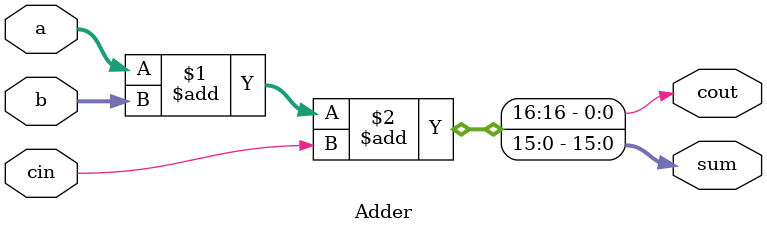
<source format=v>
module Adder(
input [15:0] a,b,
input cin,
output [15:0] sum,
output cout
);
assign {cout,sum} = a+b+cin;
endmodule

</source>
